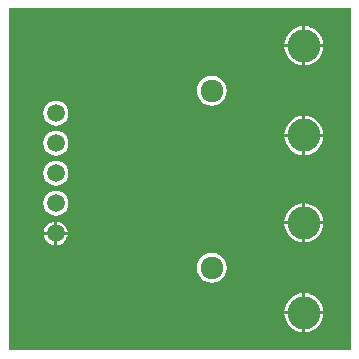
<source format=gbl>
G04 Layer_Physical_Order=2*
G04 Layer_Color=16711680*
%FSLAX43Y43*%
%MOMM*%
G71*
G01*
G75*
%ADD14C,1.920*%
%ADD15C,2.800*%
%ADD16C,1.500*%
G36*
X29500Y500D02*
X500D01*
Y29500D01*
X29500D01*
Y500D01*
D02*
G37*
%LPC*%
G36*
X25373Y11173D02*
X23851D01*
X23870Y10976D01*
X23965Y10664D01*
X24118Y10377D01*
X24325Y10125D01*
X24577Y9918D01*
X24864Y9765D01*
X25176Y9670D01*
X25373Y9651D01*
Y11173D01*
D02*
G37*
G36*
X27149D02*
X25627D01*
Y9651D01*
X25824Y9670D01*
X26136Y9765D01*
X26423Y9918D01*
X26675Y10125D01*
X26882Y10377D01*
X27035Y10664D01*
X27130Y10976D01*
X27149Y11173D01*
D02*
G37*
G36*
X5496Y10293D02*
X4627D01*
Y9424D01*
X4762Y9442D01*
X5006Y9543D01*
X5216Y9704D01*
X5377Y9914D01*
X5478Y10158D01*
X5496Y10293D01*
D02*
G37*
G36*
X25373Y12949D02*
X25176Y12930D01*
X24864Y12835D01*
X24577Y12682D01*
X24325Y12475D01*
X24118Y12223D01*
X23965Y11936D01*
X23870Y11624D01*
X23851Y11427D01*
X25373D01*
Y12949D01*
D02*
G37*
G36*
X4627Y11416D02*
Y10547D01*
X5496D01*
X5478Y10682D01*
X5377Y10926D01*
X5216Y11136D01*
X5006Y11297D01*
X4762Y11398D01*
X4627Y11416D01*
D02*
G37*
G36*
X4373D02*
X4238Y11398D01*
X3994Y11297D01*
X3784Y11136D01*
X3623Y10926D01*
X3522Y10682D01*
X3504Y10547D01*
X4373D01*
Y11416D01*
D02*
G37*
G36*
X25373Y5349D02*
X25176Y5330D01*
X24864Y5235D01*
X24577Y5082D01*
X24325Y4875D01*
X24118Y4623D01*
X23965Y4336D01*
X23870Y4024D01*
X23851Y3827D01*
X25373D01*
Y5349D01*
D02*
G37*
G36*
Y3573D02*
X23851D01*
X23870Y3376D01*
X23965Y3064D01*
X24118Y2777D01*
X24325Y2525D01*
X24577Y2318D01*
X24864Y2165D01*
X25176Y2070D01*
X25373Y2051D01*
Y3573D01*
D02*
G37*
G36*
X27149D02*
X25627D01*
Y2051D01*
X25824Y2070D01*
X26136Y2165D01*
X26423Y2318D01*
X26675Y2525D01*
X26882Y2777D01*
X27035Y3064D01*
X27130Y3376D01*
X27149Y3573D01*
D02*
G37*
G36*
X4373Y10293D02*
X3504D01*
X3522Y10158D01*
X3623Y9914D01*
X3784Y9704D01*
X3994Y9543D01*
X4238Y9442D01*
X4373Y9424D01*
Y10293D01*
D02*
G37*
G36*
X17700Y8771D02*
X17371Y8728D01*
X17065Y8601D01*
X16801Y8399D01*
X16599Y8135D01*
X16472Y7829D01*
X16429Y7500D01*
X16472Y7171D01*
X16599Y6865D01*
X16801Y6601D01*
X17065Y6399D01*
X17371Y6272D01*
X17700Y6229D01*
X18029Y6272D01*
X18335Y6399D01*
X18599Y6601D01*
X18801Y6865D01*
X18928Y7171D01*
X18971Y7500D01*
X18928Y7829D01*
X18801Y8135D01*
X18599Y8399D01*
X18335Y8601D01*
X18029Y8728D01*
X17700Y8771D01*
D02*
G37*
G36*
X25627Y5349D02*
Y3827D01*
X27149D01*
X27130Y4024D01*
X27035Y4336D01*
X26882Y4623D01*
X26675Y4875D01*
X26423Y5082D01*
X26136Y5235D01*
X25824Y5330D01*
X25627Y5349D01*
D02*
G37*
G36*
Y12949D02*
Y11427D01*
X27149D01*
X27130Y11624D01*
X27035Y11936D01*
X26882Y12223D01*
X26675Y12475D01*
X26423Y12682D01*
X26136Y12835D01*
X25824Y12930D01*
X25627Y12949D01*
D02*
G37*
G36*
X27149Y26173D02*
X25627D01*
Y24650D01*
X25824Y24670D01*
X26136Y24764D01*
X26423Y24918D01*
X26675Y25125D01*
X26882Y25377D01*
X27035Y25664D01*
X27130Y25976D01*
X27149Y26173D01*
D02*
G37*
G36*
X17700Y23771D02*
X17371Y23728D01*
X17065Y23601D01*
X16801Y23399D01*
X16599Y23135D01*
X16472Y22829D01*
X16429Y22500D01*
X16472Y22171D01*
X16599Y21865D01*
X16801Y21601D01*
X17065Y21399D01*
X17371Y21272D01*
X17700Y21229D01*
X18029Y21272D01*
X18335Y21399D01*
X18599Y21601D01*
X18801Y21865D01*
X18928Y22171D01*
X18971Y22500D01*
X18928Y22829D01*
X18801Y23135D01*
X18599Y23399D01*
X18335Y23601D01*
X18029Y23728D01*
X17700Y23771D01*
D02*
G37*
G36*
X4500Y21639D02*
X4226Y21603D01*
X3970Y21497D01*
X3751Y21329D01*
X3583Y21110D01*
X3477Y20854D01*
X3441Y20580D01*
X3477Y20306D01*
X3583Y20050D01*
X3751Y19831D01*
X3970Y19663D01*
X4226Y19557D01*
X4500Y19521D01*
X4774Y19557D01*
X5030Y19663D01*
X5249Y19831D01*
X5417Y20050D01*
X5523Y20306D01*
X5559Y20580D01*
X5523Y20854D01*
X5417Y21110D01*
X5249Y21329D01*
X5030Y21497D01*
X4774Y21603D01*
X4500Y21639D01*
D02*
G37*
G36*
X25627Y27949D02*
Y26427D01*
X27149D01*
X27130Y26624D01*
X27035Y26936D01*
X26882Y27223D01*
X26675Y27475D01*
X26423Y27682D01*
X26136Y27835D01*
X25824Y27930D01*
X25627Y27949D01*
D02*
G37*
G36*
X25373D02*
X25176Y27930D01*
X24864Y27835D01*
X24577Y27682D01*
X24325Y27475D01*
X24118Y27223D01*
X23965Y26936D01*
X23870Y26624D01*
X23851Y26427D01*
X25373D01*
Y27949D01*
D02*
G37*
G36*
Y26173D02*
X23851D01*
X23870Y25976D01*
X23965Y25664D01*
X24118Y25377D01*
X24325Y25125D01*
X24577Y24918D01*
X24864Y24764D01*
X25176Y24670D01*
X25373Y24650D01*
Y26173D01*
D02*
G37*
G36*
X25627Y20349D02*
Y18827D01*
X27149D01*
X27130Y19024D01*
X27035Y19336D01*
X26882Y19623D01*
X26675Y19875D01*
X26423Y20082D01*
X26136Y20235D01*
X25824Y20330D01*
X25627Y20349D01*
D02*
G37*
G36*
X4500Y19099D02*
X4226Y19063D01*
X3970Y18957D01*
X3751Y18789D01*
X3583Y18570D01*
X3477Y18314D01*
X3441Y18040D01*
X3477Y17766D01*
X3583Y17510D01*
X3751Y17291D01*
X3970Y17123D01*
X4226Y17017D01*
X4500Y16981D01*
X4774Y17017D01*
X5030Y17123D01*
X5249Y17291D01*
X5417Y17510D01*
X5523Y17766D01*
X5559Y18040D01*
X5523Y18314D01*
X5417Y18570D01*
X5249Y18789D01*
X5030Y18957D01*
X4774Y19063D01*
X4500Y19099D01*
D02*
G37*
G36*
Y16559D02*
X4226Y16523D01*
X3970Y16417D01*
X3751Y16249D01*
X3583Y16030D01*
X3477Y15774D01*
X3441Y15500D01*
X3477Y15226D01*
X3583Y14970D01*
X3751Y14751D01*
X3970Y14583D01*
X4226Y14477D01*
X4500Y14441D01*
X4774Y14477D01*
X5030Y14583D01*
X5249Y14751D01*
X5417Y14970D01*
X5523Y15226D01*
X5559Y15500D01*
X5523Y15774D01*
X5417Y16030D01*
X5249Y16249D01*
X5030Y16417D01*
X4774Y16523D01*
X4500Y16559D01*
D02*
G37*
G36*
Y14019D02*
X4226Y13983D01*
X3970Y13877D01*
X3751Y13709D01*
X3583Y13490D01*
X3477Y13234D01*
X3441Y12960D01*
X3477Y12686D01*
X3583Y12430D01*
X3751Y12211D01*
X3970Y12043D01*
X4226Y11937D01*
X4500Y11901D01*
X4774Y11937D01*
X5030Y12043D01*
X5249Y12211D01*
X5417Y12430D01*
X5523Y12686D01*
X5559Y12960D01*
X5523Y13234D01*
X5417Y13490D01*
X5249Y13709D01*
X5030Y13877D01*
X4774Y13983D01*
X4500Y14019D01*
D02*
G37*
G36*
X25373Y20349D02*
X25176Y20330D01*
X24864Y20235D01*
X24577Y20082D01*
X24325Y19875D01*
X24118Y19623D01*
X23965Y19336D01*
X23870Y19024D01*
X23851Y18827D01*
X25373D01*
Y20349D01*
D02*
G37*
G36*
Y18573D02*
X23851D01*
X23870Y18376D01*
X23965Y18064D01*
X24118Y17777D01*
X24325Y17525D01*
X24577Y17318D01*
X24864Y17164D01*
X25176Y17070D01*
X25373Y17051D01*
Y18573D01*
D02*
G37*
G36*
X27149D02*
X25627D01*
Y17051D01*
X25824Y17070D01*
X26136Y17164D01*
X26423Y17318D01*
X26675Y17525D01*
X26882Y17777D01*
X27035Y18064D01*
X27130Y18376D01*
X27149Y18573D01*
D02*
G37*
%LPD*%
D14*
X17700Y7500D02*
D03*
Y22500D02*
D03*
D15*
X25500Y11300D02*
D03*
Y3700D02*
D03*
Y26300D02*
D03*
Y18700D02*
D03*
D16*
X4500Y20580D02*
D03*
Y18040D02*
D03*
Y10420D02*
D03*
Y12960D02*
D03*
Y15500D02*
D03*
M02*

</source>
